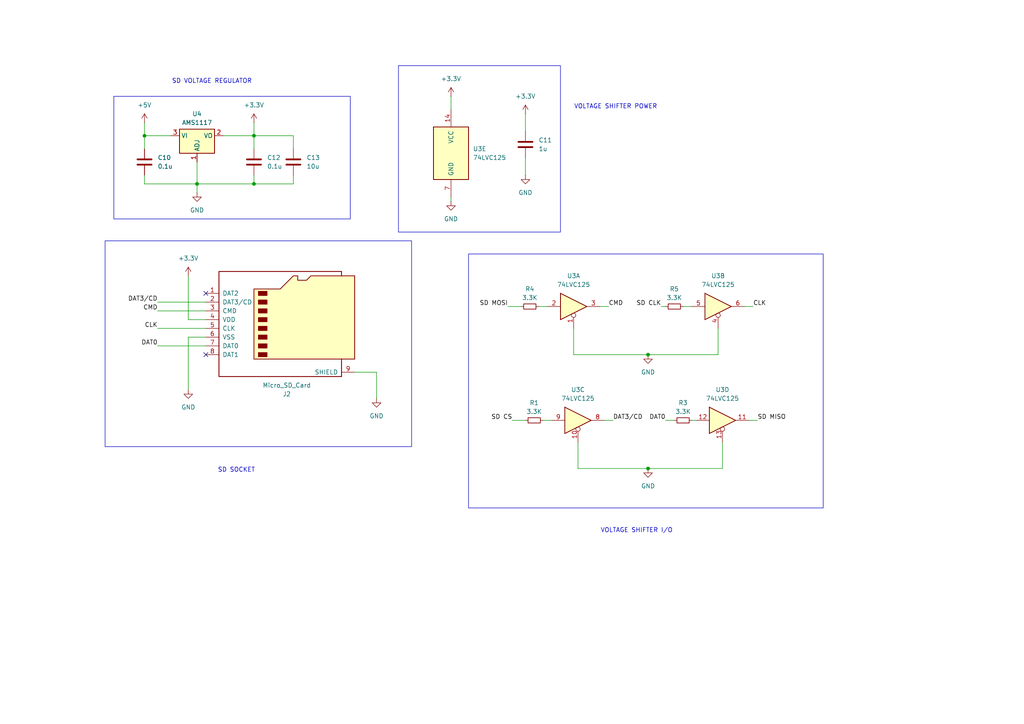
<source format=kicad_sch>
(kicad_sch (version 20231120) (generator "eeschema") (generator_version "8.0")
  (paper "A4")
  (lib_symbols
    (symbol "74xx:74LVC125" (pin_names (offset 1.016))
      (property "Reference" "U" (at 0 1.27 0))
      (property "Value" "74LVC125" (at 0 -1.27 0))
      (symbol "74LVC125_1_0"
        (polyline (pts (xy -3.81 3.81) (xy -3.81 -3.81) (xy 3.81 0) (xy -3.81 3.81)) (stroke (width 0.254)) (fill (type background)))
        (pin input inverted (at 0 -6.35 90) (length 4.445) (name "~") (number "1"))
        (pin input line (at -7.62 0 0) (length 3.81) (name "~") (number "2"))
        (pin tri_state line (at 7.62 0 180) (length 3.81) (name "~") (number "3"))
      )
      (symbol "74LVC125_2_0"
        (polyline (pts (xy -3.81 3.81) (xy -3.81 -3.81) (xy 3.81 0) (xy -3.81 3.81)) (stroke (width 0.254)) (fill (type background)))
        (pin input inverted (at 0 -6.35 90) (length 4.445) (name "~") (number "4"))
        (pin input line (at -7.62 0 0) (length 3.81) (name "~") (number "5"))
        (pin tri_state line (at 7.62 0 180) (length 3.81) (name "~") (number "6"))
      )
      (symbol "74LVC125_3_0"
        (polyline (pts (xy -3.81 3.81) (xy -3.81 -3.81) (xy 3.81 0) (xy -3.81 3.81)) (stroke (width 0.254)) (fill (type background)))
        (pin input inverted (at 0 -6.35 90) (length 4.445) (name "~") (number "10"))
        (pin tri_state line (at 7.62 0 180) (length 3.81) (name "~") (number "8"))
        (pin input line (at -7.62 0 0) (length 3.81) (name "~") (number "9"))
      )
      (symbol "74LVC125_4_0"
        (polyline (pts (xy -3.81 3.81) (xy -3.81 -3.81) (xy 3.81 0) (xy -3.81 3.81)) (stroke (width 0.254)) (fill (type background)))
        (pin tri_state line (at 7.62 0 180) (length 3.81) (name "~") (number "11"))
        (pin input line (at -7.62 0 0) (length 3.81) (name "~") (number "12"))
        (pin input inverted (at 0 -6.35 90) (length 4.445) (name "~") (number "13"))
      )
      (symbol "74LVC125_5_0"
        (pin power_in line (at 0 12.7 270) (length 5.08) (name "VCC") (number "14"))
        (pin power_in line (at 0 -12.7 90) (length 5.08) (name "GND") (number "7"))
      )
      (symbol "74LVC125_5_1"
        (rectangle (start -5.08 7.62) (end 5.08 -7.62) (stroke (width 0.254)) (fill (type background)))
      )
    )
    (symbol "Connector:Micro_SD_Card" (pin_names (offset 1.016))
      (property "Reference" "J" (at -16.51 15.24 0))
      (property "Value" "Micro_SD_Card" (at 16.51 15.24 0))
      (symbol "Micro_SD_Card_0_1"
        (rectangle (start -7.62 -9.525) (end -5.08 -10.795) (fill (type outline)))
        (rectangle (start -7.62 -6.985) (end -5.08 -8.255) (fill (type outline)))
        (rectangle (start -7.62 -4.445) (end -5.08 -5.715) (fill (type outline)))
        (rectangle (start -7.62 -1.905) (end -5.08 -3.175) (fill (type outline)))
        (rectangle (start -7.62 0.635) (end -5.08 -0.635) (fill (type outline)))
        (rectangle (start -7.62 3.175) (end -5.08 1.905) (fill (type outline)))
        (rectangle (start -7.62 5.715) (end -5.08 4.445) (fill (type outline)))
        (rectangle (start -7.62 8.255) (end -5.08 6.985) (fill (type outline)))
        (polyline (pts (xy 16.51 12.7) (xy 16.51 13.97) (xy -19.05 13.97) (xy -19.05 -16.51) (xy 16.51 -16.51) (xy 16.51 -11.43)) (stroke (width 0.254)))
        (polyline (pts (xy -8.89 -11.43) (xy -8.89 8.89) (xy -1.27 8.89) (xy 2.54 12.7) (xy 3.81 12.7) (xy 3.81 11.43) (xy 6.35 11.43) (xy 7.62 12.7) (xy 20.32 12.7) (xy 20.32 -11.43) (xy -8.89 -11.43)) (stroke (width 0.254)) (fill (type background)))
      )
      (symbol "Micro_SD_Card_1_1"
        (pin bidirectional line (at -22.86 7.62 0) (length 3.81) (name "DAT2") (number "1"))
        (pin bidirectional line (at -22.86 5.08 0) (length 3.81) (name "DAT3/CD") (number "2"))
        (pin input line (at -22.86 2.54 0) (length 3.81) (name "CMD") (number "3"))
        (pin power_in line (at -22.86 0 0) (length 3.81) (name "VDD") (number "4"))
        (pin input line (at -22.86 -2.54 0) (length 3.81) (name "CLK") (number "5"))
        (pin power_in line (at -22.86 -5.08 0) (length 3.81) (name "VSS") (number "6"))
        (pin bidirectional line (at -22.86 -7.62 0) (length 3.81) (name "DAT0") (number "7"))
        (pin bidirectional line (at -22.86 -10.16 0) (length 3.81) (name "DAT1") (number "8"))
        (pin passive line (at 20.32 -15.24 180) (length 3.81) (name "SHIELD") (number "9"))
      )
    )
    (symbol "Device:C" (pin_numbers hide) (pin_names (offset 0.254))
      (property "Reference" "C" (at 0.635 2.54 0))
      (property "Value" "C" (at 0.635 -2.54 0))
      (symbol "C_0_1"
        (polyline (pts (xy -2.032 -0.762) (xy 2.032 -0.762)) (stroke (width 0.508)))
        (polyline (pts (xy -2.032 0.762) (xy 2.032 0.762)) (stroke (width 0.508)))
      )
      (symbol "C_1_1"
        (pin passive line (at 0 3.81 270) (length 2.794) (name "~") (number "1"))
        (pin passive line (at 0 -3.81 90) (length 2.794) (name "~") (number "2"))
      )
    )
    (symbol "Device:R_Small" (pin_numbers hide) (pin_names (offset 0.254) hide)
      (property "Reference" "R" (at 0.762 0.508 0))
      (property "Value" "R_Small" (at 0.762 -1.016 0))
      (symbol "R_Small_0_1"
        (rectangle (start -0.762 1.778) (end 0.762 -1.778) (stroke (width 0.2032)))
      )
      (symbol "R_Small_1_1"
        (pin passive line (at 0 2.54 270) (length 0.762) (name "~") (number "1"))
        (pin passive line (at 0 -2.54 90) (length 0.762) (name "~") (number "2"))
      )
    )
    (symbol "Regulator_Linear:AMS1117"
      (property "Reference" "U" (at -3.81 3.175 0))
      (property "Value" "AMS1117" (at 0 3.175 0))
      (symbol "AMS1117_0_1"
        (rectangle (start -5.08 -5.08) (end 5.08 1.905) (stroke (width 0.254)) (fill (type background)))
      )
      (symbol "AMS1117_1_1"
        (pin input line (at 0 -7.62 90) (length 2.54) (name "ADJ") (number "1"))
        (pin power_out line (at 7.62 0 180) (length 2.54) (name "VO") (number "2"))
        (pin power_in line (at -7.62 0 0) (length 2.54) (name "VI") (number "3"))
      )
    )
    (symbol "power:+3.3V" (power) (pin_numbers hide) (pin_names (offset 0) hide)
      (property "Value" "+3.3V" (at 0 3.556 0))
      (symbol "+3.3V_0_1"
        (polyline (pts (xy -0.762 1.27) (xy 0 2.54)))
        (polyline (pts (xy 0 0) (xy 0 2.54)))
        (polyline (pts (xy 0 2.54) (xy 0.762 1.27)))
      )
      (symbol "+3.3V_1_1"
        (pin power_in line (at 0 0 90) (length 0) (name "~") (number "1"))
      )
    )
    (symbol "power:+5V" (power) (pin_numbers hide) (pin_names (offset 0) hide)
      (property "Value" "+5V" (at 0 3.556 0))
      (symbol "+5V_0_1"
        (polyline (pts (xy -0.762 1.27) (xy 0 2.54)))
        (polyline (pts (xy 0 0) (xy 0 2.54)))
        (polyline (pts (xy 0 2.54) (xy 0.762 1.27)))
      )
      (symbol "+5V_1_1"
        (pin power_in line (at 0 0 90) (length 0) (name "~") (number "1"))
      )
    )
    (symbol "power:GND" (power) (pin_numbers hide) (pin_names (offset 0) hide)
      (property "Value" "GND" (at 0 -3.81 0))
      (symbol "GND_0_1"
        (polyline (pts (xy 0 0) (xy 0 -1.27) (xy 1.27 -1.27) (xy 0 -2.54) (xy -1.27 -1.27) (xy 0 -1.27)))
      )
      (symbol "GND_1_1"
        (pin power_in line (at 0 0 270) (length 0) (name "~") (number "1"))
      )
    )
  )
  (junction (at 57.15 53.34))
  (junction (at 73.66 39.37))
  (junction (at 73.66 53.34))
  (junction (at 41.91 39.37))
  (junction (at 187.96 135.89))
  (junction (at 187.96 102.87))
  (no_connect (at 59.69 85.09))
  (no_connect (at 59.69 102.87))
  (wire (pts (xy 59.69 97.79) (xy 54.61 97.79)))
  (wire (pts (xy 147.32 88.9) (xy 151.13 88.9)))
  (wire (pts (xy 193.04 121.92) (xy 195.58 121.92)))
  (wire (pts (xy 209.55 128.27) (xy 209.55 135.89)))
  (wire (pts (xy 41.91 39.37) (xy 41.91 43.18)))
  (wire (pts (xy 45.72 100.33) (xy 59.69 100.33)))
  (wire (pts (xy 148.59 121.92) (xy 152.4 121.92)))
  (wire (pts (xy 73.66 39.37) (xy 73.66 35.56)))
  (wire (pts (xy 73.66 39.37) (xy 73.66 43.18)))
  (wire (pts (xy 59.69 92.71) (xy 54.61 92.71)))
  (wire (pts (xy 85.09 50.8) (xy 85.09 53.34)))
  (wire (pts (xy 85.09 39.37) (xy 73.66 39.37)))
  (wire (pts (xy 109.22 107.95) (xy 102.87 107.95)))
  (wire (pts (xy 64.77 39.37) (xy 73.66 39.37)))
  (wire (pts (xy 85.09 43.18) (xy 85.09 39.37)))
  (wire (pts (xy 175.26 121.92) (xy 177.8 121.92)))
  (wire (pts (xy 57.15 46.99) (xy 57.15 53.34)))
  (wire (pts (xy 217.17 121.92) (xy 219.71 121.92)))
  (wire (pts (xy 166.37 102.87) (xy 187.96 102.87)))
  (wire (pts (xy 73.66 53.34) (xy 57.15 53.34)))
  (wire (pts (xy 130.81 27.94) (xy 130.81 31.75)))
  (wire (pts (xy 215.9 88.9) (xy 218.44 88.9)))
  (wire (pts (xy 73.66 50.8) (xy 73.66 53.34)))
  (wire (pts (xy 49.53 39.37) (xy 41.91 39.37)))
  (wire (pts (xy 45.72 90.17) (xy 59.69 90.17)))
  (wire (pts (xy 191.77 88.9) (xy 193.04 88.9)))
  (wire (pts (xy 152.4 45.72) (xy 152.4 50.8)))
  (wire (pts (xy 57.15 53.34) (xy 57.15 55.88)))
  (wire (pts (xy 45.72 87.63) (xy 59.69 87.63)))
  (wire (pts (xy 166.37 95.25) (xy 166.37 102.87)))
  (wire (pts (xy 208.28 102.87) (xy 187.96 102.87)))
  (wire (pts (xy 41.91 50.8) (xy 41.91 53.34)))
  (wire (pts (xy 85.09 53.34) (xy 73.66 53.34)))
  (wire (pts (xy 41.91 53.34) (xy 57.15 53.34)))
  (wire (pts (xy 54.61 92.71) (xy 54.61 80.01)))
  (wire (pts (xy 167.64 128.27) (xy 167.64 135.89)))
  (wire (pts (xy 209.55 135.89) (xy 187.96 135.89)))
  (wire (pts (xy 167.64 135.89) (xy 187.96 135.89)))
  (wire (pts (xy 156.21 88.9) (xy 158.75 88.9)))
  (wire (pts (xy 41.91 39.37) (xy 41.91 35.56)))
  (wire (pts (xy 45.72 95.25) (xy 59.69 95.25)))
  (wire (pts (xy 157.48 121.92) (xy 160.02 121.92)))
  (wire (pts (xy 200.66 121.92) (xy 201.93 121.92)))
  (wire (pts (xy 130.81 57.15) (xy 130.81 58.42)))
  (wire (pts (xy 54.61 97.79) (xy 54.61 113.03)))
  (wire (pts (xy 109.22 115.57) (xy 109.22 107.95)))
  (wire (pts (xy 173.99 88.9) (xy 176.53 88.9)))
  (wire (pts (xy 152.4 33.02) (xy 152.4 38.1)))
  (wire (pts (xy 198.12 88.9) (xy 200.66 88.9)))
  (wire (pts (xy 208.28 95.25) (xy 208.28 102.87)))
  (rectangle (start 115.57 19.05) (end 162.56 67.31))
  (rectangle (start 135.89 73.66) (end 238.76 147.32))
  (rectangle (start 30.48 69.85) (end 119.38 129.54))
  (rectangle (start 33.02 27.94) (end 101.6 63.5))
  (text "SD VOLTAGE REGULATOR" (at 61.468 23.622 0) (effects (font (size 1.27 1.27))))
  (text "VOLTAGE SHIFTER I/O\n" (at 184.658 153.924 0) (effects (font (size 1.27 1.27))))
  (text "SD SOCKET\n" (at 68.58 136.398 0) (effects (font (size 1.27 1.27))))
  (text "VOLTAGE SHIFTER POWER" (at 178.562 30.988 0) (effects (font (size 1.27 1.27))))
  (label "DAT0" (at 45.72 100.33 180))
  (label "DAT3{slash}CD" (at 177.8 121.92 0))
  (label "CMD" (at 176.53 88.9 0))
  (label "SD CS" (at 148.59 121.92 180))
  (label "CMD" (at 45.72 90.17 180))
  (label "SD CLK" (at 191.77 88.9 180))
  (label "SD MOSI" (at 147.32 88.9 180))
  (label "DAT0" (at 193.04 121.92 180))
  (label "CLK" (at 218.44 88.9 0))
  (label "SD MISO" (at 219.71 121.92 0))
  (label "DAT3{slash}CD" (at 45.72 87.63 180))
  (label "CLK" (at 45.72 95.25 180))
  (symbol (lib_id "Regulator_Linear:AMS1117") (at 57.15 39.37 0) (unit 1) (on_board no)
    (property "Reference" "U4" (at 57.15 33.02 0))
    (property "Value" "AMS1117" (at 57.15 35.56 0))
    (property "Footprint" "Package_TO_SOT_SMD:SOT-223-3_TabPin2" (effects (hide yes)))
    (property "Datasheet" "http://www.advanced-monolithic.com/pdf/ds1117.pdf" (effects (hide yes)))
    (property "Description" "1A Low Dropout regulator, positive, adjustable output, SOT-223" (effects (hide yes)))
  )
  (symbol (lib_id "power:GND") (at 57.15 55.88 0) (unit 1) (on_board no)
    (property "Reference" "#PWR025" (effects (hide yes)))
    (property "Value" "GND" (at 57.15 60.96 0))
    (property "Description" "Power symbol creates a global label with name \"GND\" , ground" (effects (hide yes)))
  )
  (symbol (lib_id "Device:C") (at 73.66 46.99 0) (unit 1) (on_board no)
    (property "Reference" "C12" (at 77.47 45.7199 0) (effects (justify left)))
    (property "Value" "0.1u" (at 77.47 48.2599 0) (effects (justify left)))
    (property "Footprint" "Capacitor_SMD:C_0805_2012Metric" (effects (hide yes)))
    (property "Description" "Unpolarized capacitor" (effects (hide yes)))
  )
  (symbol (lib_id "power:+5V") (at 41.91 35.56 0) (unit 1) (on_board no)
    (property "Reference" "#PWR021" (effects (hide yes)))
    (property "Value" "+5V" (at 41.91 30.48 0))
    (property "Description" "Power symbol creates a global label with name \"+5V\"" (effects (hide yes)))
  )
  (symbol (lib_id "power:+3.3V") (at 73.66 35.56 0) (unit 1) (on_board no)
    (property "Reference" "#PWR024" (effects (hide yes)))
    (property "Value" "+3.3V" (at 73.66 30.48 0))
    (property "Description" "Power symbol creates a global label with name \"+3.3V\"" (effects (hide yes)))
  )
  (symbol (lib_id "Device:C") (at 152.4 41.91 0) (unit 1) (on_board no)
    (property "Reference" "C11" (at 156.21 40.6399 0) (effects (justify left)))
    (property "Value" "1u" (at 156.21 43.1799 0) (effects (justify left)))
    (property "Footprint" "Capacitor_SMD:C_0805_2012Metric" (effects (hide yes)))
    (property "Description" "Unpolarized capacitor" (effects (hide yes)))
  )
  (symbol (lib_id "Device:R_Small") (at 153.67 88.9 90) (unit 1) (on_board no)
    (property "Reference" "R4" (at 153.67 83.82 90))
    (property "Value" "3.3K" (at 153.67 86.36 90))
    (property "Footprint" "Resistor_SMD:R_0805_2012Metric" (effects (hide yes)))
    (property "Description" "Resistor, small symbol" (effects (hide yes)))
  )
  (symbol (lib_id "power:GND") (at 109.22 115.57 0) (unit 1) (on_board no)
    (property "Reference" "#PWR018" (effects (hide yes)))
    (property "Value" "GND" (at 109.22 120.65 0))
    (property "Description" "Power symbol creates a global label with name \"GND\" , ground" (effects (hide yes)))
  )
  (symbol (lib_id "74xx:74LVC125") (at 166.37 88.9 0) (unit 1) (on_board no)
    (property "Reference" "U3" (at 166.37 80.01 0))
    (property "Value" "74LVC125" (at 166.37 82.55 0))
    (property "Footprint" "74LV125:IC_74LVC125APW_118" (effects (hide yes)))
    (property "Datasheet" "http://www.ti.com/lit/gpn/sn74LVC125" (effects (hide yes)))
    (property "Description" "Quad buffer 3-State outputs" (effects (hide yes)))
  )
  (symbol (lib_id "74xx:74LVC125") (at 209.55 121.92 0) (unit 4) (on_board no)
    (property "Reference" "U3" (at 209.55 113.03 0))
    (property "Value" "74LVC125" (at 209.55 115.57 0))
    (property "Footprint" "74LV125:IC_74LVC125APW_118" (effects (hide yes)))
    (property "Datasheet" "http://www.ti.com/lit/gpn/sn74LVC125" (effects (hide yes)))
    (property "Description" "Quad buffer 3-State outputs" (effects (hide yes)))
  )
  (symbol (lib_id "74xx:74LVC125") (at 130.81 44.45 0) (unit 5) (on_board no)
    (property "Reference" "U3" (at 137.16 43.1799 0) (effects (justify left)))
    (property "Value" "74LVC125" (at 137.16 45.7199 0) (effects (justify left)))
    (property "Footprint" "74LV125:IC_74LVC125APW_118" (effects (hide yes)))
    (property "Datasheet" "http://www.ti.com/lit/gpn/sn74LVC125" (effects (hide yes)))
    (property "Description" "Quad buffer 3-State outputs" (effects (hide yes)))
  )
  (symbol (lib_id "power:+3.3V") (at 152.4 33.02 0) (unit 1) (on_board no)
    (property "Reference" "#PWR023" (effects (hide yes)))
    (property "Value" "+3.3V" (at 152.4 27.94 0))
    (property "Description" "Power symbol creates a global label with name \"+3.3V\"" (effects (hide yes)))
  )
  (symbol (lib_id "power:GND") (at 187.96 102.87 0) (unit 1) (on_board no)
    (property "Reference" "#PWR027" (effects (hide yes)))
    (property "Value" "GND" (at 187.96 107.95 0))
    (property "Description" "Power symbol creates a global label with name \"GND\" , ground" (effects (hide yes)))
  )
  (symbol (lib_id "74xx:74LVC125") (at 167.64 121.92 0) (unit 3) (on_board no)
    (property "Reference" "U3" (at 167.64 113.03 0))
    (property "Value" "74LVC125" (at 167.64 115.57 0))
    (property "Footprint" "74LV125:IC_74LVC125APW_118" (effects (hide yes)))
    (property "Datasheet" "http://www.ti.com/lit/gpn/sn74LVC125" (effects (hide yes)))
    (property "Description" "Quad buffer 3-State outputs" (effects (hide yes)))
  )
  (symbol (lib_id "power:GND") (at 130.81 58.42 0) (unit 1) (on_board no)
    (property "Reference" "#PWR020" (effects (hide yes)))
    (property "Value" "GND" (at 130.81 63.5 0))
    (property "Description" "Power symbol creates a global label with name \"GND\" , ground" (effects (hide yes)))
  )
  (symbol (lib_id "power:GND") (at 54.61 113.03 0) (unit 1) (on_board no)
    (property "Reference" "#PWR026" (effects (hide yes)))
    (property "Value" "GND" (at 54.61 118.11 0))
    (property "Description" "Power symbol creates a global label with name \"GND\" , ground" (effects (hide yes)))
  )
  (symbol (lib_id "Device:R_Small") (at 195.58 88.9 90) (unit 1) (on_board no)
    (property "Reference" "R5" (at 195.58 83.82 90))
    (property "Value" "3.3K" (at 195.58 86.36 90))
    (property "Footprint" "Resistor_SMD:R_0805_2012Metric" (effects (hide yes)))
    (property "Description" "Resistor, small symbol" (effects (hide yes)))
  )
  (symbol (lib_id "power:+3.3V") (at 130.81 27.94 0) (unit 1) (on_board no)
    (property "Reference" "#PWR019" (effects (hide yes)))
    (property "Value" "+3.3V" (at 130.81 22.86 0))
    (property "Description" "Power symbol creates a global label with name \"+3.3V\"" (effects (hide yes)))
  )
  (symbol (lib_id "Device:R_Small") (at 198.12 121.92 90) (unit 1) (on_board no)
    (property "Reference" "R3" (at 198.12 116.84 90))
    (property "Value" "3.3K" (at 198.12 119.38 90))
    (property "Footprint" "Resistor_SMD:R_0805_2012Metric" (effects (hide yes)))
    (property "Description" "Resistor, small symbol" (effects (hide yes)))
  )
  (symbol (lib_id "power:GND") (at 187.96 135.89 0) (unit 1) (on_board no)
    (property "Reference" "#PWR028" (effects (hide yes)))
    (property "Value" "GND" (at 187.96 140.97 0))
    (property "Description" "Power symbol creates a global label with name \"GND\" , ground" (effects (hide yes)))
  )
  (symbol (lib_id "74xx:74LVC125") (at 208.28 88.9 0) (unit 2) (on_board no)
    (property "Reference" "U3" (at 208.28 80.01 0))
    (property "Value" "74LVC125" (at 208.28 82.55 0))
    (property "Footprint" "74LV125:IC_74LVC125APW_118" (effects (hide yes)))
    (property "Datasheet" "http://www.ti.com/lit/gpn/sn74LVC125" (effects (hide yes)))
    (property "Description" "Quad buffer 3-State outputs" (effects (hide yes)))
  )
  (symbol (lib_id "Device:C") (at 85.09 46.99 0) (unit 1) (on_board no)
    (property "Reference" "C13" (at 88.9 45.7199 0) (effects (justify left)))
    (property "Value" "10u" (at 88.9 48.2599 0) (effects (justify left)))
    (property "Footprint" "Capacitor_SMD:C_0805_2012Metric" (effects (hide yes)))
    (property "Description" "Unpolarized capacitor" (effects (hide yes)))
  )
  (symbol (lib_id "power:GND") (at 152.4 50.8 0) (unit 1) (on_board no)
    (property "Reference" "#PWR022" (effects (hide yes)))
    (property "Value" "GND" (at 152.4 55.88 0))
    (property "Description" "Power symbol creates a global label with name \"GND\" , ground" (effects (hide yes)))
  )
  (symbol (lib_id "power:+3.3V") (at 54.61 80.01 0) (unit 1) (on_board no)
    (property "Reference" "#PWR017" (effects (hide yes)))
    (property "Value" "+3.3V" (at 54.61 74.93 0))
    (property "Description" "Power symbol creates a global label with name \"+3.3V\"" (effects (hide yes)))
  )
  (symbol (lib_id "Device:C") (at 41.91 46.99 0) (unit 1) (on_board no)
    (property "Reference" "C10" (at 45.72 45.7199 0) (effects (justify left)))
    (property "Value" "0.1u" (at 45.72 48.2599 0) (effects (justify left)))
    (property "Footprint" "Capacitor_SMD:C_0805_2012Metric" (effects (hide yes)))
    (property "Description" "Unpolarized capacitor" (effects (hide yes)))
  )
  (symbol (lib_id "Device:R_Small") (at 154.94 121.92 90) (unit 1) (on_board no)
    (property "Reference" "R1" (at 154.94 116.84 90))
    (property "Value" "3.3K" (at 154.94 119.38 90))
    (property "Footprint" "Resistor_SMD:R_0805_2012Metric" (effects (hide yes)))
    (property "Description" "Resistor, small symbol" (effects (hide yes)))
  )
  (symbol (lib_id "Connector:Micro_SD_Card") (at 82.55 92.71 0) (unit 1) (on_board no)
    (property "Reference" "J2" (at 83.185 114.3 0))
    (property "Value" "Micro_SD_Card" (at 83.185 111.76 0))
    (property "Footprint" "Connector_Card:microSD_HC_Wuerth_693072010801" (effects (hide yes)))
    (property "Datasheet" "https://www.we-online.com/components/products/datasheet/693072010801.pdf" (effects (hide yes)))
    (property "Description" "Micro SD Card Socket" (effects (hide yes)))
  )
)
</source>
